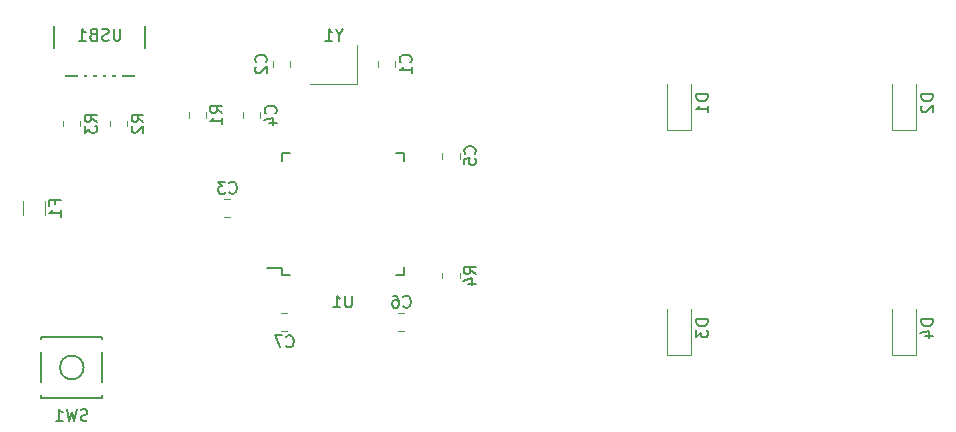
<source format=gbo>
%TF.GenerationSoftware,KiCad,Pcbnew,(5.1.12)-1*%
%TF.CreationDate,2022-04-14T09:57:20+09:00*%
%TF.ProjectId,ai03-pcb-guide,61693033-2d70-4636-922d-67756964652e,rev?*%
%TF.SameCoordinates,Original*%
%TF.FileFunction,Legend,Bot*%
%TF.FilePolarity,Positive*%
%FSLAX46Y46*%
G04 Gerber Fmt 4.6, Leading zero omitted, Abs format (unit mm)*
G04 Created by KiCad (PCBNEW (5.1.12)-1) date 2022-04-14 09:57:20*
%MOMM*%
%LPD*%
G01*
G04 APERTURE LIST*
%ADD10C,0.120000*%
%ADD11C,0.150000*%
%ADD12R,1.400000X1.200000*%
%ADD13O,1.700000X2.700000*%
%ADD14R,0.500000X2.250000*%
%ADD15R,0.550000X1.500000*%
%ADD16R,1.500000X0.550000*%
%ADD17R,1.800000X1.100000*%
%ADD18C,1.750000*%
%ADD19R,1.905000X1.905000*%
%ADD20C,1.905000*%
%ADD21C,2.250000*%
%ADD22C,3.987800*%
%ADD23R,1.200000X0.900000*%
G04 APERTURE END LIST*
D10*
%TO.C,Y1*%
X76803000Y-78233000D02*
X76803000Y-81533000D01*
X76803000Y-81533000D02*
X72803000Y-81533000D01*
D11*
%TO.C,USB1*%
X51141000Y-80856250D02*
X58841000Y-80856250D01*
X58841000Y-75406250D02*
X58841000Y-80856250D01*
X51141000Y-75406250D02*
X51141000Y-80856250D01*
%TO.C,U1*%
X70390000Y-97758000D02*
X70390000Y-97183000D01*
X80740000Y-97758000D02*
X80740000Y-97083000D01*
X80740000Y-87408000D02*
X80740000Y-88083000D01*
X70390000Y-87408000D02*
X70390000Y-88083000D01*
X70390000Y-97758000D02*
X71065000Y-97758000D01*
X70390000Y-87408000D02*
X71065000Y-87408000D01*
X80740000Y-87408000D02*
X80065000Y-87408000D01*
X80740000Y-97758000D02*
X80065000Y-97758000D01*
X70390000Y-97183000D02*
X69115000Y-97183000D01*
%TO.C,SW1*%
X53609750Y-105568750D02*
G75*
G03*
X53609750Y-105568750I-1000000J0D01*
G01*
X55209750Y-108168750D02*
X55209750Y-102968750D01*
X50009750Y-108168750D02*
X55209750Y-108168750D01*
X50009750Y-102968750D02*
X50009750Y-108168750D01*
X55209750Y-102968750D02*
X50009750Y-102968750D01*
D10*
%TO.C,R4*%
X85444000Y-98017064D02*
X85444000Y-97562936D01*
X83974000Y-98017064D02*
X83974000Y-97562936D01*
%TO.C,R3*%
X53344750Y-85158314D02*
X53344750Y-84704186D01*
X51874750Y-85158314D02*
X51874750Y-84704186D01*
%TO.C,R2*%
X57313500Y-85158314D02*
X57313500Y-84704186D01*
X55843500Y-85158314D02*
X55843500Y-84704186D01*
%TO.C,R1*%
X63981000Y-84428064D02*
X63981000Y-83973936D01*
X62511000Y-84428064D02*
X62511000Y-83973936D01*
%TO.C,F1*%
X50344750Y-92677064D02*
X50344750Y-91472936D01*
X48524750Y-92677064D02*
X48524750Y-91472936D01*
%TO.C,D4*%
X124063000Y-104485000D02*
X122063000Y-104485000D01*
X122063000Y-104485000D02*
X122063000Y-100585000D01*
X124063000Y-104485000D02*
X124063000Y-100585000D01*
%TO.C,D3*%
X105013000Y-104485000D02*
X103013000Y-104485000D01*
X103013000Y-104485000D02*
X103013000Y-100585000D01*
X105013000Y-104485000D02*
X105013000Y-100585000D01*
%TO.C,D2*%
X124063000Y-85435000D02*
X122063000Y-85435000D01*
X122063000Y-85435000D02*
X122063000Y-81535000D01*
X124063000Y-85435000D02*
X124063000Y-81535000D01*
%TO.C,D1*%
X105013000Y-85435000D02*
X103013000Y-85435000D01*
X103013000Y-85435000D02*
X103013000Y-81535000D01*
X105013000Y-85435000D02*
X105013000Y-81535000D01*
%TO.C,C7*%
X70350748Y-102462000D02*
X70873252Y-102462000D01*
X70350748Y-100992000D02*
X70873252Y-100992000D01*
%TO.C,C6*%
X80779252Y-100992000D02*
X80256748Y-100992000D01*
X80779252Y-102462000D02*
X80256748Y-102462000D01*
%TO.C,C5*%
X85444000Y-87891252D02*
X85444000Y-87368748D01*
X83974000Y-87891252D02*
X83974000Y-87368748D01*
%TO.C,C4*%
X68553000Y-84462252D02*
X68553000Y-83939748D01*
X67083000Y-84462252D02*
X67083000Y-83939748D01*
%TO.C,C3*%
X66047252Y-91340000D02*
X65524748Y-91340000D01*
X66047252Y-92810000D02*
X65524748Y-92810000D01*
%TO.C,C2*%
X69623000Y-79621748D02*
X69623000Y-80144252D01*
X71093000Y-79621748D02*
X71093000Y-80144252D01*
%TO.C,C1*%
X79983000Y-80144252D02*
X79983000Y-79621748D01*
X78513000Y-80144252D02*
X78513000Y-79621748D01*
%TO.C,Y1*%
D11*
X75279190Y-77409190D02*
X75279190Y-77885380D01*
X75612523Y-76885380D02*
X75279190Y-77409190D01*
X74945857Y-76885380D01*
X74088714Y-77885380D02*
X74660142Y-77885380D01*
X74374428Y-77885380D02*
X74374428Y-76885380D01*
X74469666Y-77028238D01*
X74564904Y-77123476D01*
X74660142Y-77171095D01*
%TO.C,USB1*%
X56729095Y-76890630D02*
X56729095Y-77700154D01*
X56681476Y-77795392D01*
X56633857Y-77843011D01*
X56538619Y-77890630D01*
X56348142Y-77890630D01*
X56252904Y-77843011D01*
X56205285Y-77795392D01*
X56157666Y-77700154D01*
X56157666Y-76890630D01*
X55729095Y-77843011D02*
X55586238Y-77890630D01*
X55348142Y-77890630D01*
X55252904Y-77843011D01*
X55205285Y-77795392D01*
X55157666Y-77700154D01*
X55157666Y-77604916D01*
X55205285Y-77509678D01*
X55252904Y-77462059D01*
X55348142Y-77414440D01*
X55538619Y-77366821D01*
X55633857Y-77319202D01*
X55681476Y-77271583D01*
X55729095Y-77176345D01*
X55729095Y-77081107D01*
X55681476Y-76985869D01*
X55633857Y-76938250D01*
X55538619Y-76890630D01*
X55300523Y-76890630D01*
X55157666Y-76938250D01*
X54395761Y-77366821D02*
X54252904Y-77414440D01*
X54205285Y-77462059D01*
X54157666Y-77557297D01*
X54157666Y-77700154D01*
X54205285Y-77795392D01*
X54252904Y-77843011D01*
X54348142Y-77890630D01*
X54729095Y-77890630D01*
X54729095Y-76890630D01*
X54395761Y-76890630D01*
X54300523Y-76938250D01*
X54252904Y-76985869D01*
X54205285Y-77081107D01*
X54205285Y-77176345D01*
X54252904Y-77271583D01*
X54300523Y-77319202D01*
X54395761Y-77366821D01*
X54729095Y-77366821D01*
X53205285Y-77890630D02*
X53776714Y-77890630D01*
X53491000Y-77890630D02*
X53491000Y-76890630D01*
X53586238Y-77033488D01*
X53681476Y-77128726D01*
X53776714Y-77176345D01*
%TO.C,U1*%
X76326904Y-99485380D02*
X76326904Y-100294904D01*
X76279285Y-100390142D01*
X76231666Y-100437761D01*
X76136428Y-100485380D01*
X75945952Y-100485380D01*
X75850714Y-100437761D01*
X75803095Y-100390142D01*
X75755476Y-100294904D01*
X75755476Y-99485380D01*
X74755476Y-100485380D02*
X75326904Y-100485380D01*
X75041190Y-100485380D02*
X75041190Y-99485380D01*
X75136428Y-99628238D01*
X75231666Y-99723476D01*
X75326904Y-99771095D01*
%TO.C,SW1*%
X53943083Y-110037511D02*
X53800226Y-110085130D01*
X53562130Y-110085130D01*
X53466892Y-110037511D01*
X53419273Y-109989892D01*
X53371654Y-109894654D01*
X53371654Y-109799416D01*
X53419273Y-109704178D01*
X53466892Y-109656559D01*
X53562130Y-109608940D01*
X53752607Y-109561321D01*
X53847845Y-109513702D01*
X53895464Y-109466083D01*
X53943083Y-109370845D01*
X53943083Y-109275607D01*
X53895464Y-109180369D01*
X53847845Y-109132750D01*
X53752607Y-109085130D01*
X53514511Y-109085130D01*
X53371654Y-109132750D01*
X53038321Y-109085130D02*
X52800226Y-110085130D01*
X52609750Y-109370845D01*
X52419273Y-110085130D01*
X52181178Y-109085130D01*
X51276416Y-110085130D02*
X51847845Y-110085130D01*
X51562130Y-110085130D02*
X51562130Y-109085130D01*
X51657369Y-109227988D01*
X51752607Y-109323226D01*
X51847845Y-109370845D01*
%TO.C,R4*%
X86811380Y-97623333D02*
X86335190Y-97290000D01*
X86811380Y-97051904D02*
X85811380Y-97051904D01*
X85811380Y-97432857D01*
X85859000Y-97528095D01*
X85906619Y-97575714D01*
X86001857Y-97623333D01*
X86144714Y-97623333D01*
X86239952Y-97575714D01*
X86287571Y-97528095D01*
X86335190Y-97432857D01*
X86335190Y-97051904D01*
X86144714Y-98480476D02*
X86811380Y-98480476D01*
X85763761Y-98242380D02*
X86478047Y-98004285D01*
X86478047Y-98623333D01*
%TO.C,R3*%
X54712130Y-84764583D02*
X54235940Y-84431250D01*
X54712130Y-84193154D02*
X53712130Y-84193154D01*
X53712130Y-84574107D01*
X53759750Y-84669345D01*
X53807369Y-84716964D01*
X53902607Y-84764583D01*
X54045464Y-84764583D01*
X54140702Y-84716964D01*
X54188321Y-84669345D01*
X54235940Y-84574107D01*
X54235940Y-84193154D01*
X53712130Y-85097916D02*
X53712130Y-85716964D01*
X54093083Y-85383630D01*
X54093083Y-85526488D01*
X54140702Y-85621726D01*
X54188321Y-85669345D01*
X54283559Y-85716964D01*
X54521654Y-85716964D01*
X54616892Y-85669345D01*
X54664511Y-85621726D01*
X54712130Y-85526488D01*
X54712130Y-85240773D01*
X54664511Y-85145535D01*
X54616892Y-85097916D01*
%TO.C,R2*%
X58680880Y-84764583D02*
X58204690Y-84431250D01*
X58680880Y-84193154D02*
X57680880Y-84193154D01*
X57680880Y-84574107D01*
X57728500Y-84669345D01*
X57776119Y-84716964D01*
X57871357Y-84764583D01*
X58014214Y-84764583D01*
X58109452Y-84716964D01*
X58157071Y-84669345D01*
X58204690Y-84574107D01*
X58204690Y-84193154D01*
X57776119Y-85145535D02*
X57728500Y-85193154D01*
X57680880Y-85288392D01*
X57680880Y-85526488D01*
X57728500Y-85621726D01*
X57776119Y-85669345D01*
X57871357Y-85716964D01*
X57966595Y-85716964D01*
X58109452Y-85669345D01*
X58680880Y-85097916D01*
X58680880Y-85716964D01*
%TO.C,R1*%
X65348380Y-84034333D02*
X64872190Y-83701000D01*
X65348380Y-83462904D02*
X64348380Y-83462904D01*
X64348380Y-83843857D01*
X64396000Y-83939095D01*
X64443619Y-83986714D01*
X64538857Y-84034333D01*
X64681714Y-84034333D01*
X64776952Y-83986714D01*
X64824571Y-83939095D01*
X64872190Y-83843857D01*
X64872190Y-83462904D01*
X65348380Y-84986714D02*
X65348380Y-84415285D01*
X65348380Y-84701000D02*
X64348380Y-84701000D01*
X64491238Y-84605761D01*
X64586476Y-84510523D01*
X64634095Y-84415285D01*
%TO.C,F1*%
X51183321Y-91741666D02*
X51183321Y-91408333D01*
X51707130Y-91408333D02*
X50707130Y-91408333D01*
X50707130Y-91884523D01*
X51707130Y-92789285D02*
X51707130Y-92217857D01*
X51707130Y-92503571D02*
X50707130Y-92503571D01*
X50849988Y-92408333D01*
X50945226Y-92313095D01*
X50992845Y-92217857D01*
%TO.C,D4*%
X125515380Y-101496904D02*
X124515380Y-101496904D01*
X124515380Y-101735000D01*
X124563000Y-101877857D01*
X124658238Y-101973095D01*
X124753476Y-102020714D01*
X124943952Y-102068333D01*
X125086809Y-102068333D01*
X125277285Y-102020714D01*
X125372523Y-101973095D01*
X125467761Y-101877857D01*
X125515380Y-101735000D01*
X125515380Y-101496904D01*
X124848714Y-102925476D02*
X125515380Y-102925476D01*
X124467761Y-102687380D02*
X125182047Y-102449285D01*
X125182047Y-103068333D01*
%TO.C,D3*%
X106465380Y-101496904D02*
X105465380Y-101496904D01*
X105465380Y-101735000D01*
X105513000Y-101877857D01*
X105608238Y-101973095D01*
X105703476Y-102020714D01*
X105893952Y-102068333D01*
X106036809Y-102068333D01*
X106227285Y-102020714D01*
X106322523Y-101973095D01*
X106417761Y-101877857D01*
X106465380Y-101735000D01*
X106465380Y-101496904D01*
X105465380Y-102401666D02*
X105465380Y-103020714D01*
X105846333Y-102687380D01*
X105846333Y-102830238D01*
X105893952Y-102925476D01*
X105941571Y-102973095D01*
X106036809Y-103020714D01*
X106274904Y-103020714D01*
X106370142Y-102973095D01*
X106417761Y-102925476D01*
X106465380Y-102830238D01*
X106465380Y-102544523D01*
X106417761Y-102449285D01*
X106370142Y-102401666D01*
%TO.C,D2*%
X125515380Y-82446904D02*
X124515380Y-82446904D01*
X124515380Y-82685000D01*
X124563000Y-82827857D01*
X124658238Y-82923095D01*
X124753476Y-82970714D01*
X124943952Y-83018333D01*
X125086809Y-83018333D01*
X125277285Y-82970714D01*
X125372523Y-82923095D01*
X125467761Y-82827857D01*
X125515380Y-82685000D01*
X125515380Y-82446904D01*
X124610619Y-83399285D02*
X124563000Y-83446904D01*
X124515380Y-83542142D01*
X124515380Y-83780238D01*
X124563000Y-83875476D01*
X124610619Y-83923095D01*
X124705857Y-83970714D01*
X124801095Y-83970714D01*
X124943952Y-83923095D01*
X125515380Y-83351666D01*
X125515380Y-83970714D01*
%TO.C,D1*%
X106465380Y-82446904D02*
X105465380Y-82446904D01*
X105465380Y-82685000D01*
X105513000Y-82827857D01*
X105608238Y-82923095D01*
X105703476Y-82970714D01*
X105893952Y-83018333D01*
X106036809Y-83018333D01*
X106227285Y-82970714D01*
X106322523Y-82923095D01*
X106417761Y-82827857D01*
X106465380Y-82685000D01*
X106465380Y-82446904D01*
X106465380Y-83970714D02*
X106465380Y-83399285D01*
X106465380Y-83685000D02*
X105465380Y-83685000D01*
X105608238Y-83589761D01*
X105703476Y-83494523D01*
X105751095Y-83399285D01*
%TO.C,C7*%
X70778666Y-103764142D02*
X70826285Y-103811761D01*
X70969142Y-103859380D01*
X71064380Y-103859380D01*
X71207238Y-103811761D01*
X71302476Y-103716523D01*
X71350095Y-103621285D01*
X71397714Y-103430809D01*
X71397714Y-103287952D01*
X71350095Y-103097476D01*
X71302476Y-103002238D01*
X71207238Y-102907000D01*
X71064380Y-102859380D01*
X70969142Y-102859380D01*
X70826285Y-102907000D01*
X70778666Y-102954619D01*
X70445333Y-102859380D02*
X69778666Y-102859380D01*
X70207238Y-103859380D01*
%TO.C,C6*%
X80684666Y-100404142D02*
X80732285Y-100451761D01*
X80875142Y-100499380D01*
X80970380Y-100499380D01*
X81113238Y-100451761D01*
X81208476Y-100356523D01*
X81256095Y-100261285D01*
X81303714Y-100070809D01*
X81303714Y-99927952D01*
X81256095Y-99737476D01*
X81208476Y-99642238D01*
X81113238Y-99547000D01*
X80970380Y-99499380D01*
X80875142Y-99499380D01*
X80732285Y-99547000D01*
X80684666Y-99594619D01*
X79827523Y-99499380D02*
X80018000Y-99499380D01*
X80113238Y-99547000D01*
X80160857Y-99594619D01*
X80256095Y-99737476D01*
X80303714Y-99927952D01*
X80303714Y-100308904D01*
X80256095Y-100404142D01*
X80208476Y-100451761D01*
X80113238Y-100499380D01*
X79922761Y-100499380D01*
X79827523Y-100451761D01*
X79779904Y-100404142D01*
X79732285Y-100308904D01*
X79732285Y-100070809D01*
X79779904Y-99975571D01*
X79827523Y-99927952D01*
X79922761Y-99880333D01*
X80113238Y-99880333D01*
X80208476Y-99927952D01*
X80256095Y-99975571D01*
X80303714Y-100070809D01*
%TO.C,C5*%
X86746142Y-87463333D02*
X86793761Y-87415714D01*
X86841380Y-87272857D01*
X86841380Y-87177619D01*
X86793761Y-87034761D01*
X86698523Y-86939523D01*
X86603285Y-86891904D01*
X86412809Y-86844285D01*
X86269952Y-86844285D01*
X86079476Y-86891904D01*
X85984238Y-86939523D01*
X85889000Y-87034761D01*
X85841380Y-87177619D01*
X85841380Y-87272857D01*
X85889000Y-87415714D01*
X85936619Y-87463333D01*
X85841380Y-88368095D02*
X85841380Y-87891904D01*
X86317571Y-87844285D01*
X86269952Y-87891904D01*
X86222333Y-87987142D01*
X86222333Y-88225238D01*
X86269952Y-88320476D01*
X86317571Y-88368095D01*
X86412809Y-88415714D01*
X86650904Y-88415714D01*
X86746142Y-88368095D01*
X86793761Y-88320476D01*
X86841380Y-88225238D01*
X86841380Y-87987142D01*
X86793761Y-87891904D01*
X86746142Y-87844285D01*
%TO.C,C4*%
X69855142Y-84034333D02*
X69902761Y-83986714D01*
X69950380Y-83843857D01*
X69950380Y-83748619D01*
X69902761Y-83605761D01*
X69807523Y-83510523D01*
X69712285Y-83462904D01*
X69521809Y-83415285D01*
X69378952Y-83415285D01*
X69188476Y-83462904D01*
X69093238Y-83510523D01*
X68998000Y-83605761D01*
X68950380Y-83748619D01*
X68950380Y-83843857D01*
X68998000Y-83986714D01*
X69045619Y-84034333D01*
X69283714Y-84891476D02*
X69950380Y-84891476D01*
X68902761Y-84653380D02*
X69617047Y-84415285D01*
X69617047Y-85034333D01*
%TO.C,C3*%
X65952666Y-90752142D02*
X66000285Y-90799761D01*
X66143142Y-90847380D01*
X66238380Y-90847380D01*
X66381238Y-90799761D01*
X66476476Y-90704523D01*
X66524095Y-90609285D01*
X66571714Y-90418809D01*
X66571714Y-90275952D01*
X66524095Y-90085476D01*
X66476476Y-89990238D01*
X66381238Y-89895000D01*
X66238380Y-89847380D01*
X66143142Y-89847380D01*
X66000285Y-89895000D01*
X65952666Y-89942619D01*
X65619333Y-89847380D02*
X65000285Y-89847380D01*
X65333619Y-90228333D01*
X65190761Y-90228333D01*
X65095523Y-90275952D01*
X65047904Y-90323571D01*
X65000285Y-90418809D01*
X65000285Y-90656904D01*
X65047904Y-90752142D01*
X65095523Y-90799761D01*
X65190761Y-90847380D01*
X65476476Y-90847380D01*
X65571714Y-90799761D01*
X65619333Y-90752142D01*
%TO.C,C2*%
X69035142Y-79716333D02*
X69082761Y-79668714D01*
X69130380Y-79525857D01*
X69130380Y-79430619D01*
X69082761Y-79287761D01*
X68987523Y-79192523D01*
X68892285Y-79144904D01*
X68701809Y-79097285D01*
X68558952Y-79097285D01*
X68368476Y-79144904D01*
X68273238Y-79192523D01*
X68178000Y-79287761D01*
X68130380Y-79430619D01*
X68130380Y-79525857D01*
X68178000Y-79668714D01*
X68225619Y-79716333D01*
X68225619Y-80097285D02*
X68178000Y-80144904D01*
X68130380Y-80240142D01*
X68130380Y-80478238D01*
X68178000Y-80573476D01*
X68225619Y-80621095D01*
X68320857Y-80668714D01*
X68416095Y-80668714D01*
X68558952Y-80621095D01*
X69130380Y-80049666D01*
X69130380Y-80668714D01*
%TO.C,C1*%
X81285142Y-79716333D02*
X81332761Y-79668714D01*
X81380380Y-79525857D01*
X81380380Y-79430619D01*
X81332761Y-79287761D01*
X81237523Y-79192523D01*
X81142285Y-79144904D01*
X80951809Y-79097285D01*
X80808952Y-79097285D01*
X80618476Y-79144904D01*
X80523238Y-79192523D01*
X80428000Y-79287761D01*
X80380380Y-79430619D01*
X80380380Y-79525857D01*
X80428000Y-79668714D01*
X80475619Y-79716333D01*
X81380380Y-80668714D02*
X81380380Y-80097285D01*
X81380380Y-80383000D02*
X80380380Y-80383000D01*
X80523238Y-80287761D01*
X80618476Y-80192523D01*
X80666095Y-80097285D01*
%TD*%
%LPC*%
D12*
%TO.C,Y1*%
X75903000Y-79033000D03*
X73703000Y-79033000D03*
X73703000Y-80733000D03*
X75903000Y-80733000D03*
%TD*%
D13*
%TO.C,USB1*%
X51341000Y-75406250D03*
X58641000Y-75406250D03*
X58641000Y-79906250D03*
X51341000Y-79906250D03*
D14*
X53391000Y-79906250D03*
X54191000Y-79906250D03*
X54991000Y-79906250D03*
X55791000Y-79906250D03*
X56591000Y-79906250D03*
%TD*%
D15*
%TO.C,U1*%
X71565000Y-98283000D03*
X72365000Y-98283000D03*
X73165000Y-98283000D03*
X73965000Y-98283000D03*
X74765000Y-98283000D03*
X75565000Y-98283000D03*
X76365000Y-98283000D03*
X77165000Y-98283000D03*
X77965000Y-98283000D03*
X78765000Y-98283000D03*
X79565000Y-98283000D03*
D16*
X81265000Y-96583000D03*
X81265000Y-95783000D03*
X81265000Y-94983000D03*
X81265000Y-94183000D03*
X81265000Y-93383000D03*
X81265000Y-92583000D03*
X81265000Y-91783000D03*
X81265000Y-90983000D03*
X81265000Y-90183000D03*
X81265000Y-89383000D03*
X81265000Y-88583000D03*
D15*
X79565000Y-86883000D03*
X78765000Y-86883000D03*
X77965000Y-86883000D03*
X77165000Y-86883000D03*
X76365000Y-86883000D03*
X75565000Y-86883000D03*
X74765000Y-86883000D03*
X73965000Y-86883000D03*
X73165000Y-86883000D03*
X72365000Y-86883000D03*
X71565000Y-86883000D03*
D16*
X69865000Y-88583000D03*
X69865000Y-89383000D03*
X69865000Y-90183000D03*
X69865000Y-90983000D03*
X69865000Y-91783000D03*
X69865000Y-92583000D03*
X69865000Y-93383000D03*
X69865000Y-94183000D03*
X69865000Y-94983000D03*
X69865000Y-95783000D03*
X69865000Y-96583000D03*
%TD*%
D17*
%TO.C,SW1*%
X55709750Y-107418750D03*
X49509750Y-103718750D03*
X55709750Y-103718750D03*
X49509750Y-107418750D03*
%TD*%
%TO.C,R4*%
G36*
G01*
X85159001Y-97390000D02*
X84258999Y-97390000D01*
G75*
G02*
X84009000Y-97140001I0J249999D01*
G01*
X84009000Y-96614999D01*
G75*
G02*
X84258999Y-96365000I249999J0D01*
G01*
X85159001Y-96365000D01*
G75*
G02*
X85409000Y-96614999I0J-249999D01*
G01*
X85409000Y-97140001D01*
G75*
G02*
X85159001Y-97390000I-249999J0D01*
G01*
G37*
G36*
G01*
X85159001Y-99215000D02*
X84258999Y-99215000D01*
G75*
G02*
X84009000Y-98965001I0J249999D01*
G01*
X84009000Y-98439999D01*
G75*
G02*
X84258999Y-98190000I249999J0D01*
G01*
X85159001Y-98190000D01*
G75*
G02*
X85409000Y-98439999I0J-249999D01*
G01*
X85409000Y-98965001D01*
G75*
G02*
X85159001Y-99215000I-249999J0D01*
G01*
G37*
%TD*%
%TO.C,R3*%
G36*
G01*
X53059751Y-84531250D02*
X52159749Y-84531250D01*
G75*
G02*
X51909750Y-84281251I0J249999D01*
G01*
X51909750Y-83756249D01*
G75*
G02*
X52159749Y-83506250I249999J0D01*
G01*
X53059751Y-83506250D01*
G75*
G02*
X53309750Y-83756249I0J-249999D01*
G01*
X53309750Y-84281251D01*
G75*
G02*
X53059751Y-84531250I-249999J0D01*
G01*
G37*
G36*
G01*
X53059751Y-86356250D02*
X52159749Y-86356250D01*
G75*
G02*
X51909750Y-86106251I0J249999D01*
G01*
X51909750Y-85581249D01*
G75*
G02*
X52159749Y-85331250I249999J0D01*
G01*
X53059751Y-85331250D01*
G75*
G02*
X53309750Y-85581249I0J-249999D01*
G01*
X53309750Y-86106251D01*
G75*
G02*
X53059751Y-86356250I-249999J0D01*
G01*
G37*
%TD*%
%TO.C,R2*%
G36*
G01*
X57028501Y-84531250D02*
X56128499Y-84531250D01*
G75*
G02*
X55878500Y-84281251I0J249999D01*
G01*
X55878500Y-83756249D01*
G75*
G02*
X56128499Y-83506250I249999J0D01*
G01*
X57028501Y-83506250D01*
G75*
G02*
X57278500Y-83756249I0J-249999D01*
G01*
X57278500Y-84281251D01*
G75*
G02*
X57028501Y-84531250I-249999J0D01*
G01*
G37*
G36*
G01*
X57028501Y-86356250D02*
X56128499Y-86356250D01*
G75*
G02*
X55878500Y-86106251I0J249999D01*
G01*
X55878500Y-85581249D01*
G75*
G02*
X56128499Y-85331250I249999J0D01*
G01*
X57028501Y-85331250D01*
G75*
G02*
X57278500Y-85581249I0J-249999D01*
G01*
X57278500Y-86106251D01*
G75*
G02*
X57028501Y-86356250I-249999J0D01*
G01*
G37*
%TD*%
%TO.C,R1*%
G36*
G01*
X63696001Y-83801000D02*
X62795999Y-83801000D01*
G75*
G02*
X62546000Y-83551001I0J249999D01*
G01*
X62546000Y-83025999D01*
G75*
G02*
X62795999Y-82776000I249999J0D01*
G01*
X63696001Y-82776000D01*
G75*
G02*
X63946000Y-83025999I0J-249999D01*
G01*
X63946000Y-83551001D01*
G75*
G02*
X63696001Y-83801000I-249999J0D01*
G01*
G37*
G36*
G01*
X63696001Y-85626000D02*
X62795999Y-85626000D01*
G75*
G02*
X62546000Y-85376001I0J249999D01*
G01*
X62546000Y-84850999D01*
G75*
G02*
X62795999Y-84601000I249999J0D01*
G01*
X63696001Y-84601000D01*
G75*
G02*
X63946000Y-84850999I0J-249999D01*
G01*
X63946000Y-85376001D01*
G75*
G02*
X63696001Y-85626000I-249999J0D01*
G01*
G37*
%TD*%
D18*
%TO.C,MX4*%
X120015000Y-102235000D03*
X109855000Y-102235000D03*
D19*
X116205000Y-107315000D03*
D20*
X113665000Y-107315000D03*
D21*
X112435000Y-98235000D03*
D22*
X114935000Y-102235000D03*
G36*
G01*
X110373688Y-100532350D02*
X110373683Y-100532345D01*
G75*
G02*
X110287655Y-98943683I751317J837345D01*
G01*
X111597657Y-97483683D01*
G75*
G02*
X113186319Y-97397655I837345J-751317D01*
G01*
X113186319Y-97397655D01*
G75*
G02*
X113272347Y-98986317I-751317J-837345D01*
G01*
X111962345Y-100446317D01*
G75*
G02*
X110373683Y-100532345I-837345J751317D01*
G01*
G37*
D21*
X117475000Y-97155000D03*
G36*
G01*
X117358483Y-98857395D02*
X117357597Y-98857334D01*
G75*
G02*
X116312666Y-97657597I77403J1122334D01*
G01*
X116352666Y-97077597D01*
G75*
G02*
X117552403Y-96032666I1122334J-77403D01*
G01*
X117552403Y-96032666D01*
G75*
G02*
X118597334Y-97232403I-77403J-1122334D01*
G01*
X118557334Y-97812403D01*
G75*
G02*
X117357597Y-98857334I-1122334J77403D01*
G01*
G37*
%TD*%
D18*
%TO.C,MX3*%
X100965000Y-102235000D03*
X90805000Y-102235000D03*
D19*
X97155000Y-107315000D03*
D20*
X94615000Y-107315000D03*
D21*
X93385000Y-98235000D03*
D22*
X95885000Y-102235000D03*
G36*
G01*
X91323688Y-100532350D02*
X91323683Y-100532345D01*
G75*
G02*
X91237655Y-98943683I751317J837345D01*
G01*
X92547657Y-97483683D01*
G75*
G02*
X94136319Y-97397655I837345J-751317D01*
G01*
X94136319Y-97397655D01*
G75*
G02*
X94222347Y-98986317I-751317J-837345D01*
G01*
X92912345Y-100446317D01*
G75*
G02*
X91323683Y-100532345I-837345J751317D01*
G01*
G37*
D21*
X98425000Y-97155000D03*
G36*
G01*
X98308483Y-98857395D02*
X98307597Y-98857334D01*
G75*
G02*
X97262666Y-97657597I77403J1122334D01*
G01*
X97302666Y-97077597D01*
G75*
G02*
X98502403Y-96032666I1122334J-77403D01*
G01*
X98502403Y-96032666D01*
G75*
G02*
X99547334Y-97232403I-77403J-1122334D01*
G01*
X99507334Y-97812403D01*
G75*
G02*
X98307597Y-98857334I-1122334J77403D01*
G01*
G37*
%TD*%
D18*
%TO.C,MX2*%
X120015000Y-83185000D03*
X109855000Y-83185000D03*
D19*
X116205000Y-88265000D03*
D20*
X113665000Y-88265000D03*
D21*
X112435000Y-79185000D03*
D22*
X114935000Y-83185000D03*
G36*
G01*
X110373688Y-81482350D02*
X110373683Y-81482345D01*
G75*
G02*
X110287655Y-79893683I751317J837345D01*
G01*
X111597657Y-78433683D01*
G75*
G02*
X113186319Y-78347655I837345J-751317D01*
G01*
X113186319Y-78347655D01*
G75*
G02*
X113272347Y-79936317I-751317J-837345D01*
G01*
X111962345Y-81396317D01*
G75*
G02*
X110373683Y-81482345I-837345J751317D01*
G01*
G37*
D21*
X117475000Y-78105000D03*
G36*
G01*
X117358483Y-79807395D02*
X117357597Y-79807334D01*
G75*
G02*
X116312666Y-78607597I77403J1122334D01*
G01*
X116352666Y-78027597D01*
G75*
G02*
X117552403Y-76982666I1122334J-77403D01*
G01*
X117552403Y-76982666D01*
G75*
G02*
X118597334Y-78182403I-77403J-1122334D01*
G01*
X118557334Y-78762403D01*
G75*
G02*
X117357597Y-79807334I-1122334J77403D01*
G01*
G37*
%TD*%
D18*
%TO.C,MX1*%
X100965000Y-83185000D03*
X90805000Y-83185000D03*
D19*
X97155000Y-88265000D03*
D20*
X94615000Y-88265000D03*
D21*
X93385000Y-79185000D03*
D22*
X95885000Y-83185000D03*
G36*
G01*
X91323688Y-81482350D02*
X91323683Y-81482345D01*
G75*
G02*
X91237655Y-79893683I751317J837345D01*
G01*
X92547657Y-78433683D01*
G75*
G02*
X94136319Y-78347655I837345J-751317D01*
G01*
X94136319Y-78347655D01*
G75*
G02*
X94222347Y-79936317I-751317J-837345D01*
G01*
X92912345Y-81396317D01*
G75*
G02*
X91323683Y-81482345I-837345J751317D01*
G01*
G37*
D21*
X98425000Y-78105000D03*
G36*
G01*
X98308483Y-79807395D02*
X98307597Y-79807334D01*
G75*
G02*
X97262666Y-78607597I77403J1122334D01*
G01*
X97302666Y-78027597D01*
G75*
G02*
X98502403Y-76982666I1122334J-77403D01*
G01*
X98502403Y-76982666D01*
G75*
G02*
X99547334Y-78182403I-77403J-1122334D01*
G01*
X99507334Y-78762403D01*
G75*
G02*
X98307597Y-79807334I-1122334J77403D01*
G01*
G37*
%TD*%
%TO.C,F1*%
G36*
G01*
X50059750Y-91300000D02*
X48809750Y-91300000D01*
G75*
G02*
X48559750Y-91050000I0J250000D01*
G01*
X48559750Y-90300000D01*
G75*
G02*
X48809750Y-90050000I250000J0D01*
G01*
X50059750Y-90050000D01*
G75*
G02*
X50309750Y-90300000I0J-250000D01*
G01*
X50309750Y-91050000D01*
G75*
G02*
X50059750Y-91300000I-250000J0D01*
G01*
G37*
G36*
G01*
X50059750Y-94100000D02*
X48809750Y-94100000D01*
G75*
G02*
X48559750Y-93850000I0J250000D01*
G01*
X48559750Y-93100000D01*
G75*
G02*
X48809750Y-92850000I250000J0D01*
G01*
X50059750Y-92850000D01*
G75*
G02*
X50309750Y-93100000I0J-250000D01*
G01*
X50309750Y-93850000D01*
G75*
G02*
X50059750Y-94100000I-250000J0D01*
G01*
G37*
%TD*%
D23*
%TO.C,D4*%
X123063000Y-100585000D03*
X123063000Y-103885000D03*
%TD*%
%TO.C,D3*%
X104013000Y-100585000D03*
X104013000Y-103885000D03*
%TD*%
%TO.C,D2*%
X123063000Y-81535000D03*
X123063000Y-84835000D03*
%TD*%
%TO.C,D1*%
X104013000Y-81535000D03*
X104013000Y-84835000D03*
%TD*%
%TO.C,C7*%
G36*
G01*
X71062000Y-102202000D02*
X71062000Y-101252000D01*
G75*
G02*
X71312000Y-101002000I250000J0D01*
G01*
X71812000Y-101002000D01*
G75*
G02*
X72062000Y-101252000I0J-250000D01*
G01*
X72062000Y-102202000D01*
G75*
G02*
X71812000Y-102452000I-250000J0D01*
G01*
X71312000Y-102452000D01*
G75*
G02*
X71062000Y-102202000I0J250000D01*
G01*
G37*
G36*
G01*
X69162000Y-102202000D02*
X69162000Y-101252000D01*
G75*
G02*
X69412000Y-101002000I250000J0D01*
G01*
X69912000Y-101002000D01*
G75*
G02*
X70162000Y-101252000I0J-250000D01*
G01*
X70162000Y-102202000D01*
G75*
G02*
X69912000Y-102452000I-250000J0D01*
G01*
X69412000Y-102452000D01*
G75*
G02*
X69162000Y-102202000I0J250000D01*
G01*
G37*
%TD*%
%TO.C,C6*%
G36*
G01*
X80068000Y-101252000D02*
X80068000Y-102202000D01*
G75*
G02*
X79818000Y-102452000I-250000J0D01*
G01*
X79318000Y-102452000D01*
G75*
G02*
X79068000Y-102202000I0J250000D01*
G01*
X79068000Y-101252000D01*
G75*
G02*
X79318000Y-101002000I250000J0D01*
G01*
X79818000Y-101002000D01*
G75*
G02*
X80068000Y-101252000I0J-250000D01*
G01*
G37*
G36*
G01*
X81968000Y-101252000D02*
X81968000Y-102202000D01*
G75*
G02*
X81718000Y-102452000I-250000J0D01*
G01*
X81218000Y-102452000D01*
G75*
G02*
X80968000Y-102202000I0J250000D01*
G01*
X80968000Y-101252000D01*
G75*
G02*
X81218000Y-101002000I250000J0D01*
G01*
X81718000Y-101002000D01*
G75*
G02*
X81968000Y-101252000I0J-250000D01*
G01*
G37*
%TD*%
%TO.C,C5*%
G36*
G01*
X85184000Y-87180000D02*
X84234000Y-87180000D01*
G75*
G02*
X83984000Y-86930000I0J250000D01*
G01*
X83984000Y-86430000D01*
G75*
G02*
X84234000Y-86180000I250000J0D01*
G01*
X85184000Y-86180000D01*
G75*
G02*
X85434000Y-86430000I0J-250000D01*
G01*
X85434000Y-86930000D01*
G75*
G02*
X85184000Y-87180000I-250000J0D01*
G01*
G37*
G36*
G01*
X85184000Y-89080000D02*
X84234000Y-89080000D01*
G75*
G02*
X83984000Y-88830000I0J250000D01*
G01*
X83984000Y-88330000D01*
G75*
G02*
X84234000Y-88080000I250000J0D01*
G01*
X85184000Y-88080000D01*
G75*
G02*
X85434000Y-88330000I0J-250000D01*
G01*
X85434000Y-88830000D01*
G75*
G02*
X85184000Y-89080000I-250000J0D01*
G01*
G37*
%TD*%
%TO.C,C4*%
G36*
G01*
X68293000Y-83751000D02*
X67343000Y-83751000D01*
G75*
G02*
X67093000Y-83501000I0J250000D01*
G01*
X67093000Y-83001000D01*
G75*
G02*
X67343000Y-82751000I250000J0D01*
G01*
X68293000Y-82751000D01*
G75*
G02*
X68543000Y-83001000I0J-250000D01*
G01*
X68543000Y-83501000D01*
G75*
G02*
X68293000Y-83751000I-250000J0D01*
G01*
G37*
G36*
G01*
X68293000Y-85651000D02*
X67343000Y-85651000D01*
G75*
G02*
X67093000Y-85401000I0J250000D01*
G01*
X67093000Y-84901000D01*
G75*
G02*
X67343000Y-84651000I250000J0D01*
G01*
X68293000Y-84651000D01*
G75*
G02*
X68543000Y-84901000I0J-250000D01*
G01*
X68543000Y-85401000D01*
G75*
G02*
X68293000Y-85651000I-250000J0D01*
G01*
G37*
%TD*%
%TO.C,C3*%
G36*
G01*
X65336000Y-91600000D02*
X65336000Y-92550000D01*
G75*
G02*
X65086000Y-92800000I-250000J0D01*
G01*
X64586000Y-92800000D01*
G75*
G02*
X64336000Y-92550000I0J250000D01*
G01*
X64336000Y-91600000D01*
G75*
G02*
X64586000Y-91350000I250000J0D01*
G01*
X65086000Y-91350000D01*
G75*
G02*
X65336000Y-91600000I0J-250000D01*
G01*
G37*
G36*
G01*
X67236000Y-91600000D02*
X67236000Y-92550000D01*
G75*
G02*
X66986000Y-92800000I-250000J0D01*
G01*
X66486000Y-92800000D01*
G75*
G02*
X66236000Y-92550000I0J250000D01*
G01*
X66236000Y-91600000D01*
G75*
G02*
X66486000Y-91350000I250000J0D01*
G01*
X66986000Y-91350000D01*
G75*
G02*
X67236000Y-91600000I0J-250000D01*
G01*
G37*
%TD*%
%TO.C,C2*%
G36*
G01*
X69883000Y-80333000D02*
X70833000Y-80333000D01*
G75*
G02*
X71083000Y-80583000I0J-250000D01*
G01*
X71083000Y-81083000D01*
G75*
G02*
X70833000Y-81333000I-250000J0D01*
G01*
X69883000Y-81333000D01*
G75*
G02*
X69633000Y-81083000I0J250000D01*
G01*
X69633000Y-80583000D01*
G75*
G02*
X69883000Y-80333000I250000J0D01*
G01*
G37*
G36*
G01*
X69883000Y-78433000D02*
X70833000Y-78433000D01*
G75*
G02*
X71083000Y-78683000I0J-250000D01*
G01*
X71083000Y-79183000D01*
G75*
G02*
X70833000Y-79433000I-250000J0D01*
G01*
X69883000Y-79433000D01*
G75*
G02*
X69633000Y-79183000I0J250000D01*
G01*
X69633000Y-78683000D01*
G75*
G02*
X69883000Y-78433000I250000J0D01*
G01*
G37*
%TD*%
%TO.C,C1*%
G36*
G01*
X79723000Y-79433000D02*
X78773000Y-79433000D01*
G75*
G02*
X78523000Y-79183000I0J250000D01*
G01*
X78523000Y-78683000D01*
G75*
G02*
X78773000Y-78433000I250000J0D01*
G01*
X79723000Y-78433000D01*
G75*
G02*
X79973000Y-78683000I0J-250000D01*
G01*
X79973000Y-79183000D01*
G75*
G02*
X79723000Y-79433000I-250000J0D01*
G01*
G37*
G36*
G01*
X79723000Y-81333000D02*
X78773000Y-81333000D01*
G75*
G02*
X78523000Y-81083000I0J250000D01*
G01*
X78523000Y-80583000D01*
G75*
G02*
X78773000Y-80333000I250000J0D01*
G01*
X79723000Y-80333000D01*
G75*
G02*
X79973000Y-80583000I0J-250000D01*
G01*
X79973000Y-81083000D01*
G75*
G02*
X79723000Y-81333000I-250000J0D01*
G01*
G37*
%TD*%
M02*

</source>
